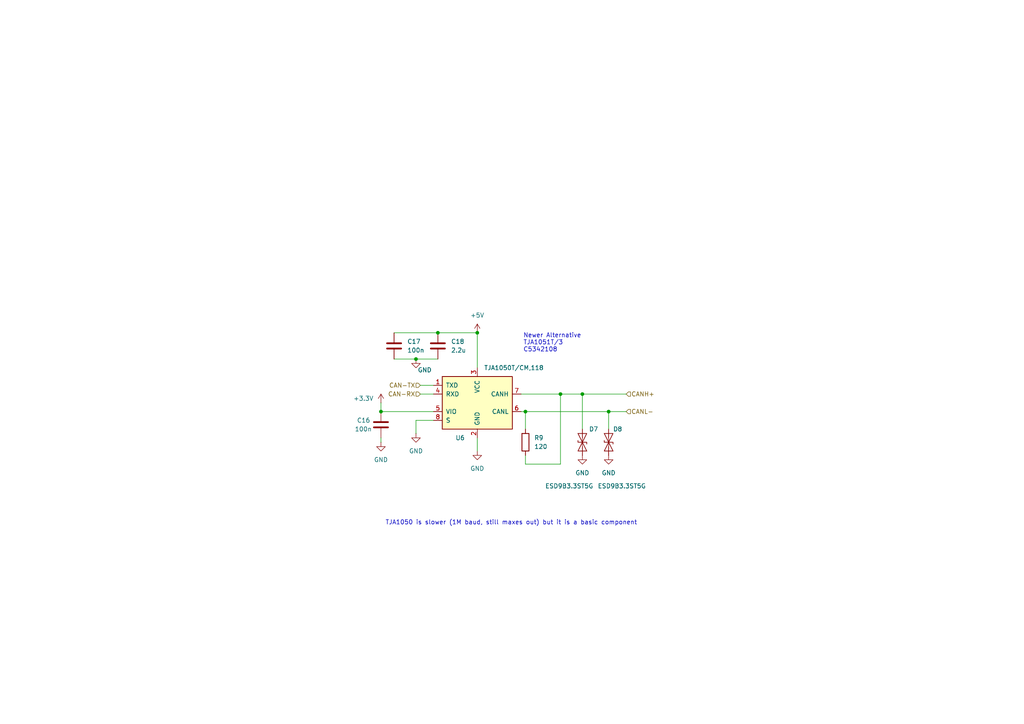
<source format=kicad_sch>
(kicad_sch (version 20231120) (generator "eeschema") (generator_version "8.0")
  (paper "A4")
  (lib_symbols
    (symbol "Device:C" (pin_numbers hide) (pin_names (offset 0.254))
      (property "Reference" "C" (at 0.635 2.54 0))
      (property "Value" "C" (at 0.635 -2.54 0))
      (symbol "C_0_1"
        (polyline (pts (xy -2.032 -0.762) (xy 2.032 -0.762)) (stroke (width 0.508)))
        (polyline (pts (xy -2.032 0.762) (xy 2.032 0.762)) (stroke (width 0.508)))
      )
      (symbol "C_1_1"
        (pin passive line (at 0 3.81 270) (length 2.794) (name "~") (number "1"))
        (pin passive line (at 0 -3.81 90) (length 2.794) (name "~") (number "2"))
      )
    )
    (symbol "Device:R" (pin_numbers hide) (pin_names (offset 0))
      (property "Reference" "R" (at 2.032 0 90))
      (property "Value" "R" (at 0 0 90))
      (symbol "R_0_1"
        (rectangle (start -1.016 -2.54) (end 1.016 2.54) (stroke (width 0.254)))
      )
      (symbol "R_1_1"
        (pin passive line (at 0 3.81 270) (length 1.27) (name "~") (number "1"))
        (pin passive line (at 0 -3.81 90) (length 1.27) (name "~") (number "2"))
      )
    )
    (symbol "Diode:ESD9B3.3ST5G" (pin_numbers hide) (pin_names (offset 1.016) hide)
      (property "Reference" "D" (at 0 2.54 0))
      (property "Value" "ESD9B3.3ST5G" (at 0 -2.54 0))
      (symbol "ESD9B3.3ST5G_0_1"
        (polyline (pts (xy 1.27 0) (xy -1.27 0)))
        (polyline (pts (xy -2.54 -1.27) (xy 0 0) (xy -2.54 1.27) (xy -2.54 -1.27)) (stroke (width 0.2032)))
        (polyline (pts (xy 0.508 1.27) (xy 0 1.27) (xy 0 -1.27) (xy -0.508 -1.27)) (stroke (width 0.2032)))
        (polyline (pts (xy 2.54 1.27) (xy 2.54 -1.27) (xy 0 0) (xy 2.54 1.27)) (stroke (width 0.2032)))
      )
      (symbol "ESD9B3.3ST5G_1_1"
        (pin passive line (at -3.81 0 0) (length 2.54) (name "A1") (number "1"))
        (pin passive line (at 3.81 0 180) (length 2.54) (name "A2") (number "2"))
      )
    )
    (symbol "Interface_CAN_LIN:TJA1051T-3" (pin_names (offset 1.016))
      (property "Reference" "U" (at -10.16 8.89 0))
      (property "Value" "TJA1051T-3" (at 1.27 8.89 0))
      (symbol "TJA1051T-3_0_1"
        (rectangle (start -10.16 7.62) (end 10.16 -7.62) (stroke (width 0.254)) (fill (type background)))
      )
      (symbol "TJA1051T-3_1_1"
        (pin input line (at -12.7 5.08 0) (length 2.54) (name "TXD") (number "1"))
        (pin power_in line (at 0 -10.16 90) (length 2.54) (name "GND") (number "2"))
        (pin power_in line (at 0 10.16 270) (length 2.54) (name "VCC") (number "3"))
        (pin output line (at -12.7 2.54 0) (length 2.54) (name "RXD") (number "4"))
        (pin power_in line (at -12.7 -2.54 0) (length 2.54) (name "VIO") (number "5"))
        (pin bidirectional line (at 12.7 -2.54 180) (length 2.54) (name "CANL") (number "6"))
        (pin bidirectional line (at 12.7 2.54 180) (length 2.54) (name "CANH") (number "7"))
        (pin input line (at -12.7 -5.08 0) (length 2.54) (name "S") (number "8"))
      )
    )
    (symbol "power:+3.3V" (power) (pin_numbers hide) (pin_names (offset 0) hide)
      (property "Value" "+3.3V" (at 0 3.556 0))
      (symbol "+3.3V_0_1"
        (polyline (pts (xy -0.762 1.27) (xy 0 2.54)))
        (polyline (pts (xy 0 0) (xy 0 2.54)))
        (polyline (pts (xy 0 2.54) (xy 0.762 1.27)))
      )
      (symbol "+3.3V_1_1"
        (pin power_in line (at 0 0 90) (length 0) (name "~") (number "1"))
      )
    )
    (symbol "power:+5V" (power) (pin_numbers hide) (pin_names (offset 0) hide)
      (property "Value" "+5V" (at 0 3.556 0))
      (symbol "+5V_0_1"
        (polyline (pts (xy -0.762 1.27) (xy 0 2.54)))
        (polyline (pts (xy 0 0) (xy 0 2.54)))
        (polyline (pts (xy 0 2.54) (xy 0.762 1.27)))
      )
      (symbol "+5V_1_1"
        (pin power_in line (at 0 0 90) (length 0) (name "~") (number "1"))
      )
    )
    (symbol "power:GND" (power) (pin_numbers hide) (pin_names (offset 0) hide)
      (property "Value" "GND" (at 0 -3.81 0))
      (symbol "GND_0_1"
        (polyline (pts (xy 0 0) (xy 0 -1.27) (xy 1.27 -1.27) (xy 0 -2.54) (xy -1.27 -1.27) (xy 0 -1.27)))
      )
      (symbol "GND_1_1"
        (pin power_in line (at 0 0 270) (length 0) (name "~") (number "1"))
      )
    )
  )
  (junction (at 110.49 119.38))
  (junction (at 152.4 119.38))
  (junction (at 120.65 104.14))
  (junction (at 176.53 119.38))
  (junction (at 162.56 114.3))
  (junction (at 127 96.52))
  (junction (at 168.91 114.3))
  (junction (at 138.43 96.52))
  (wire (pts (xy 162.56 114.3) (xy 162.56 134.62)))
  (wire (pts (xy 110.49 119.38) (xy 125.73 119.38)))
  (wire (pts (xy 168.91 114.3) (xy 181.61 114.3)))
  (wire (pts (xy 110.49 116.84) (xy 110.49 119.38)))
  (wire (pts (xy 176.53 119.38) (xy 176.53 124.46)))
  (wire (pts (xy 138.43 96.52) (xy 138.43 106.68)))
  (wire (pts (xy 152.4 134.62) (xy 162.56 134.62)))
  (wire (pts (xy 138.43 127) (xy 138.43 130.81)))
  (wire (pts (xy 110.49 127) (xy 110.49 128.27)))
  (wire (pts (xy 162.56 114.3) (xy 168.91 114.3)))
  (wire (pts (xy 120.65 104.14) (xy 127 104.14)))
  (wire (pts (xy 176.53 119.38) (xy 181.61 119.38)))
  (wire (pts (xy 120.65 121.92) (xy 120.65 125.73)))
  (wire (pts (xy 151.13 119.38) (xy 152.4 119.38)))
  (wire (pts (xy 121.92 111.76) (xy 125.73 111.76)))
  (wire (pts (xy 114.3 104.14) (xy 120.65 104.14)))
  (wire (pts (xy 168.91 114.3) (xy 168.91 124.46)))
  (wire (pts (xy 152.4 132.08) (xy 152.4 134.62)))
  (wire (pts (xy 114.3 96.52) (xy 127 96.52)))
  (wire (pts (xy 127 96.52) (xy 138.43 96.52)))
  (wire (pts (xy 152.4 119.38) (xy 152.4 124.46)))
  (wire (pts (xy 121.92 114.3) (xy 125.73 114.3)))
  (wire (pts (xy 125.73 121.92) (xy 120.65 121.92)))
  (wire (pts (xy 151.13 114.3) (xy 162.56 114.3)))
  (wire (pts (xy 152.4 119.38) (xy 176.53 119.38)))
  (text "TJA1050 is slower (1M baud, still maxes out) but it is a basic component" (at 111.76 152.4 0) (effects (font (size 1.27 1.27)) (justify left bottom)))
  (text "Newer Alternative\nTJA1051T/3\nC5342108" (at 151.765 102.235 0) (effects (font (size 1.27 1.27)) (justify left bottom)))
  (hierarchical_label "CANL-" (shape input) (at 181.61 119.38 0))
  (hierarchical_label "CANH+" (shape input) (at 181.61 114.3 0))
  (hierarchical_label "CAN-TX" (shape input) (at 121.92 111.76 180))
  (hierarchical_label "CAN-RX" (shape input) (at 121.92 114.3 180))
  (symbol (lib_id "power:GND") (at 110.49 128.27 0) (unit 1)
    (property "Reference" "#PWR044" (effects (hide yes)))
    (property "Value" "GND" (at 110.49 133.35 0))
    (property "Description" "Power symbol creates a global label with name \"GND\" , ground" (effects (hide yes)))
  )
  (symbol (lib_id "Device:C") (at 114.3 100.33 0) (unit 1)
    (property "Reference" "C17" (at 118.11 99.06 0) (effects (justify left)))
    (property "Value" "100n" (at 118.11 101.6 0) (effects (justify left)))
    (property "Footprint" "Capacitor_SMD:C_0603_1608Metric" (effects (hide yes)))
    (property "MPN" "C14663" (effects (hide yes)))
  )
  (symbol (lib_id "Device:C") (at 127 100.33 0) (unit 1)
    (property "Reference" "C18" (at 130.81 99.06 0) (effects (justify left)))
    (property "Value" "2.2u" (at 130.81 101.6 0) (effects (justify left)))
    (property "Footprint" "Capacitor_SMD:C_0603_1608Metric" (effects (hide yes)))
    (property "MPN" "C23630" (effects (hide yes)))
  )
  (symbol (lib_id "Device:C") (at 110.49 123.19 0) (unit 1)
    (property "Reference" "C16" (at 103.505 121.92 0) (effects (justify left)))
    (property "Value" "100n" (at 102.87 124.46 0) (effects (justify left)))
    (property "Footprint" "Capacitor_SMD:C_0603_1608Metric" (effects (hide yes)))
    (property "MPN" "C14663" (effects (hide yes)))
  )
  (symbol (lib_id "power:GND") (at 120.65 104.14 0) (unit 1)
    (property "Reference" "#PWR045" (effects (hide yes)))
    (property "Value" "GND" (at 123.19 107.315 0))
    (property "Description" "Power symbol creates a global label with name \"GND\" , ground" (effects (hide yes)))
  )
  (symbol (lib_id "Device:R") (at 152.4 128.27 0) (unit 1)
    (property "Reference" "R9" (at 154.94 127 0) (effects (justify left)))
    (property "Value" "120" (at 154.94 129.54 0) (effects (justify left)))
    (property "Footprint" "Resistor_SMD:R_0603_1608Metric" (effects (hide yes)))
    (property "MPN" "C22787" (effects (hide yes)))
  )
  (symbol (lib_id "Diode:ESD9B3.3ST5G") (at 168.91 128.27 270) (unit 1)
    (property "Reference" "D7" (at 170.815 124.46 90) (effects (justify left)))
    (property "Value" "ESD9B3.3ST5G" (at 158.115 140.97 90) (effects (justify left)))
    (property "Footprint" "Diode_SMD:D_SOD-923" (effects (hide yes)))
    (property "Datasheet" "https://www.onsemi.com/pub/Collateral/ESD9B-D.PDF" (effects (hide yes)))
    (property "Description" "ESD protection diode, 3.3Vrwm, SOD-923" (effects (hide yes)))
    (property "MPN" "C96512" (effects (hide yes)))
  )
  (symbol (lib_id "power:GND") (at 120.65 125.73 0) (unit 1)
    (property "Reference" "#PWR046" (effects (hide yes)))
    (property "Value" "GND" (at 120.65 130.81 0))
    (property "Description" "Power symbol creates a global label with name \"GND\" , ground" (effects (hide yes)))
  )
  (symbol (lib_id "power:+5V") (at 138.43 96.52 0) (unit 1)
    (property "Reference" "#PWR047" (effects (hide yes)))
    (property "Value" "+5V" (at 138.43 91.44 0))
    (property "Description" "Power symbol creates a global label with name \"+5V\"" (effects (hide yes)))
  )
  (symbol (lib_id "Diode:ESD9B3.3ST5G") (at 176.53 128.27 270) (unit 1)
    (property "Reference" "D8" (at 177.8 124.46 90) (effects (justify left)))
    (property "Value" "ESD9B3.3ST5G" (at 173.355 140.97 90) (effects (justify left)))
    (property "Footprint" "Diode_SMD:D_SOD-923" (effects (hide yes)))
    (property "Datasheet" "https://www.onsemi.com/pub/Collateral/ESD9B-D.PDF" (effects (hide yes)))
    (property "Description" "ESD protection diode, 3.3Vrwm, SOD-923" (effects (hide yes)))
    (property "MPN" "C96512" (effects (hide yes)))
  )
  (symbol (lib_id "power:GND") (at 138.43 130.81 0) (unit 1)
    (property "Reference" "#PWR048" (effects (hide yes)))
    (property "Value" "GND" (at 138.43 135.89 0))
    (property "Description" "Power symbol creates a global label with name \"GND\" , ground" (effects (hide yes)))
  )
  (symbol (lib_id "power:GND") (at 168.91 132.08 0) (unit 1)
    (property "Reference" "#PWR049" (effects (hide yes)))
    (property "Value" "GND" (at 168.91 137.16 0))
    (property "Description" "Power symbol creates a global label with name \"GND\" , ground" (effects (hide yes)))
  )
  (symbol (lib_id "power:+3.3V") (at 110.49 116.84 0) (unit 1)
    (property "Reference" "#PWR043" (effects (hide yes)))
    (property "Value" "+3.3V" (at 105.41 115.57 0))
    (property "Description" "Power symbol creates a global label with name \"+3.3V\"" (effects (hide yes)))
  )
  (symbol (lib_id "Interface_CAN_LIN:TJA1051T-3") (at 138.43 116.84 0) (unit 1)
    (property "Reference" "U6" (at 132.08 127 0) (effects (justify left)))
    (property "Value" "TJA1050T/CM,118" (at 140.3859 106.68 0) (effects (justify left)))
    (property "Footprint" "Package_SO:SOIC-8_3.9x4.9mm_P1.27mm" (effects (hide yes)))
    (property "Datasheet" "http://www.nxp.com/docs/en/data-sheet/TJA1051.pdf" (effects (hide yes)))
    (property "Description" "High-Speed CAN Transceiver, separate VIO, silent mode, SOIC-8" (effects (hide yes)))
    (property "MPN" "C6952" (effects (hide yes)))
    (property "JLCRotOffset" "-90" (effects (hide yes)))
  )
  (symbol (lib_id "power:GND") (at 176.53 132.08 0) (unit 1)
    (property "Reference" "#PWR050" (effects (hide yes)))
    (property "Value" "GND" (at 176.53 137.16 0))
    (property "Description" "Power symbol creates a global label with name \"GND\" , ground" (effects (hide yes)))
  )
)
</source>
